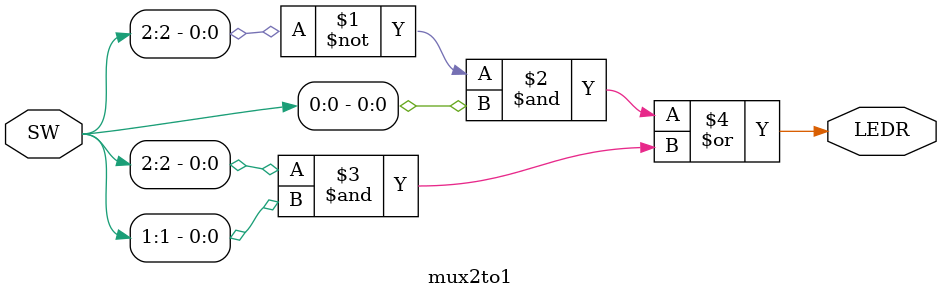
<source format=v>
module mux2to1 (SW, LEDR);
	input [2:0]SW;
	output [0:0]LEDR;
		assign	LEDR[0] = (~SW[2]&SW[0])|(SW[2]&SW[1]);
	endmodule
	
</source>
